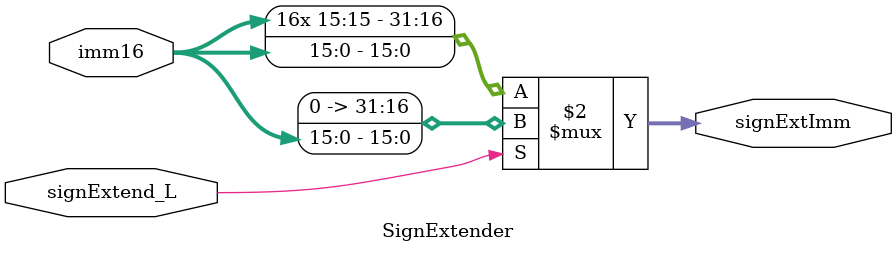
<source format=v>
`timescale 1ns / 1ps


module SignExtender( output [31:0] signExtImm, 
input [15:0] imm16, 
input signExtend_L
    );
    
assign signExtImm = (~signExtend_L)?({{16{imm16[15]}},imm16[15:0]}):({{16{1'b0}},imm16[15:0]});

    
endmodule

</source>
